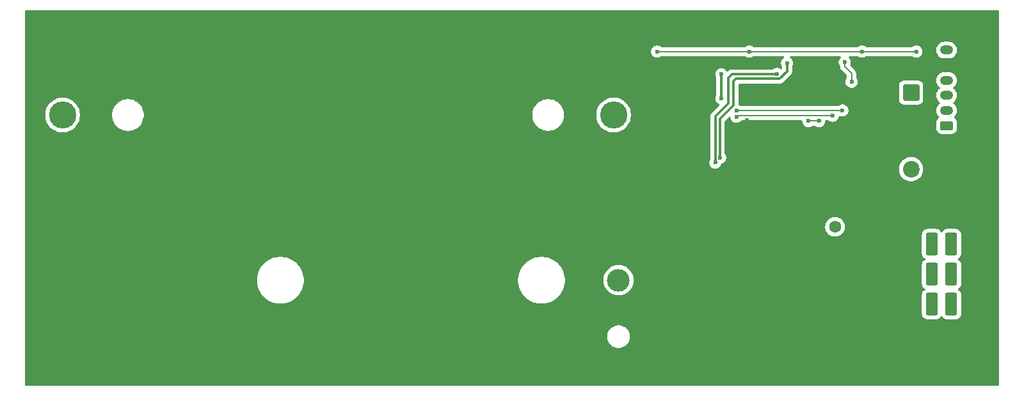
<source format=gbr>
%TF.GenerationSoftware,KiCad,Pcbnew,9.0.3*%
%TF.CreationDate,2025-08-05T15:46:52-07:00*%
%TF.ProjectId,Joule Thief,4a6f756c-6520-4546-9869-65662e6b6963,R1*%
%TF.SameCoordinates,Original*%
%TF.FileFunction,Copper,L2,Bot*%
%TF.FilePolarity,Positive*%
%FSLAX46Y46*%
G04 Gerber Fmt 4.6, Leading zero omitted, Abs format (unit mm)*
G04 Created by KiCad (PCBNEW 9.0.3) date 2025-08-05 15:46:52*
%MOMM*%
%LPD*%
G01*
G04 APERTURE LIST*
G04 Aperture macros list*
%AMRoundRect*
0 Rectangle with rounded corners*
0 $1 Rounding radius*
0 $2 $3 $4 $5 $6 $7 $8 $9 X,Y pos of 4 corners*
0 Add a 4 corners polygon primitive as box body*
4,1,4,$2,$3,$4,$5,$6,$7,$8,$9,$2,$3,0*
0 Add four circle primitives for the rounded corners*
1,1,$1+$1,$2,$3*
1,1,$1+$1,$4,$5*
1,1,$1+$1,$6,$7*
1,1,$1+$1,$8,$9*
0 Add four rect primitives between the rounded corners*
20,1,$1+$1,$2,$3,$4,$5,0*
20,1,$1+$1,$4,$5,$6,$7,0*
20,1,$1+$1,$6,$7,$8,$9,0*
20,1,$1+$1,$8,$9,$2,$3,0*%
G04 Aperture macros list end*
%TA.AperFunction,ComponentPad*%
%ADD10RoundRect,0.285714X0.514286X-1.214286X0.514286X1.214286X-0.514286X1.214286X-0.514286X-1.214286X0*%
%TD*%
%TA.AperFunction,ComponentPad*%
%ADD11C,3.600000*%
%TD*%
%TA.AperFunction,ComponentPad*%
%ADD12C,3.000000*%
%TD*%
%TA.AperFunction,ComponentPad*%
%ADD13RoundRect,0.250000X0.625000X-0.350000X0.625000X0.350000X-0.625000X0.350000X-0.625000X-0.350000X0*%
%TD*%
%TA.AperFunction,ComponentPad*%
%ADD14O,1.750000X1.200000*%
%TD*%
%TA.AperFunction,ComponentPad*%
%ADD15RoundRect,0.250000X0.550000X-0.550000X0.550000X0.550000X-0.550000X0.550000X-0.550000X-0.550000X0*%
%TD*%
%TA.AperFunction,ComponentPad*%
%ADD16C,1.600000*%
%TD*%
%TA.AperFunction,ComponentPad*%
%ADD17RoundRect,0.249999X-0.850001X0.850001X-0.850001X-0.850001X0.850001X-0.850001X0.850001X0.850001X0*%
%TD*%
%TA.AperFunction,ComponentPad*%
%ADD18C,2.200000*%
%TD*%
%TA.AperFunction,ViaPad*%
%ADD19C,0.600000*%
%TD*%
%TA.AperFunction,Conductor*%
%ADD20C,0.200000*%
%TD*%
%TA.AperFunction,Conductor*%
%ADD21C,0.300000*%
%TD*%
G04 APERTURE END LIST*
D10*
%TO.P,SW1,1,A*%
%TO.N,Net-(SW1A-A)*%
X159500000Y-74100000D03*
%TO.P,SW1,2,B*%
%TO.N,VBOOST*%
X159500000Y-70100000D03*
%TO.P,SW1,3,C*%
%TO.N,Net-(D1-A)*%
X159500000Y-66100000D03*
%TO.P,SW1,4,A*%
%TO.N,VBOOST*%
X162100000Y-74100000D03*
%TO.P,SW1,5,B*%
%TO.N,VBUS*%
X162100000Y-70100000D03*
%TO.P,SW1,6,C*%
%TO.N,VCC*%
X162100000Y-66100000D03*
%TD*%
D11*
%TO.P,LITH1,1,+*%
%TO.N,BAT+*%
X117419826Y-49000000D03*
%TO.P,LITH1,2,-*%
%TO.N,BAT-*%
X44519826Y-49000000D03*
%TD*%
D12*
%TO.P,BATT_1,1,+*%
%TO.N,ALK*%
X118069826Y-70900000D03*
%TO.P,BATT_1,2,-*%
%TO.N,GND*%
X63009826Y-70900000D03*
%TD*%
D13*
%TO.P,J_OUT1,1,Pin_1*%
%TO.N,SHDN*%
X161469826Y-50400000D03*
D14*
%TO.P,J_OUT1,2,Pin_2*%
%TO.N,VOUT*%
X161469826Y-48400000D03*
%TO.P,J_OUT1,3,Pin_3*%
%TO.N,SDA*%
X161469826Y-46400000D03*
%TO.P,J_OUT1,4,Pin_4*%
%TO.N,SCL*%
X161469826Y-44400000D03*
%TO.P,J_OUT1,5,Pin_5*%
%TO.N,GND*%
X161469826Y-42400000D03*
%TO.P,J_OUT1,6,Pin_6*%
%TO.N,VCC*%
X161469826Y-40400000D03*
%TD*%
D15*
%TO.P,C3,1*%
%TO.N,GND*%
X146704580Y-65825000D03*
D16*
%TO.P,C3,2*%
%TO.N,Net-(U2-VOUT)*%
X146704580Y-63825000D03*
%TD*%
D17*
%TO.P,D1,1,K*%
%TO.N,VOUT*%
X156769826Y-46020000D03*
D18*
%TO.P,D1,2,A*%
%TO.N,Net-(D1-A)*%
X156769826Y-56180000D03*
%TD*%
D19*
%TO.N,GND*%
X138000000Y-46700000D03*
X146750000Y-79610349D03*
X127469826Y-57800000D03*
X135069826Y-49700000D03*
X144269826Y-39200000D03*
X136569826Y-39200000D03*
X134294826Y-55087500D03*
X135169826Y-62000000D03*
X142700000Y-54962500D03*
X129169826Y-39200000D03*
X151569826Y-39200000D03*
X123869826Y-50400000D03*
X142504580Y-64525000D03*
X137203580Y-61551000D03*
%TO.N,SDA*%
X150269826Y-40600000D03*
X123169826Y-40600000D03*
X133669826Y-48400000D03*
X135369826Y-40600000D03*
X147700000Y-48400000D03*
X157469826Y-40600000D03*
%TO.N,SHDN*%
X144601125Y-49800000D03*
X143200000Y-49800000D03*
%TO.N,SCL*%
X133669826Y-49248528D03*
X146400000Y-49100000D03*
%TO.N,Net-(J5-A)*%
X131669826Y-43600000D03*
X131669826Y-46800000D03*
%TO.N,Net-(J10-A)*%
X139010206Y-43550000D03*
X130869826Y-55300000D03*
%TO.N,Net-(J11-A)*%
X140369826Y-42100000D03*
X131519826Y-54650000D03*
%TO.N,Net-(J13-A)*%
X148900000Y-44600000D03*
X148000000Y-42000000D03*
%TD*%
D20*
%TO.N,SDA*%
X157469826Y-40600000D02*
X150269826Y-40600000D01*
X150269826Y-40600000D02*
X135369826Y-40600000D01*
X123169826Y-40600000D02*
X135369826Y-40600000D01*
X133669826Y-48400000D02*
X147700000Y-48400000D01*
%TO.N,SHDN*%
X144601125Y-49800000D02*
X143200000Y-49800000D01*
%TO.N,SCL*%
X133669826Y-49248528D02*
X133819354Y-49099000D01*
X146399000Y-49099000D02*
X146400000Y-49100000D01*
X133819354Y-49099000D02*
X146399000Y-49099000D01*
D21*
%TO.N,Net-(J5-A)*%
X131669826Y-46800000D02*
X131669826Y-43600000D01*
%TO.N,Net-(J10-A)*%
X130869826Y-55300000D02*
X130869826Y-49200000D01*
X138819826Y-43550000D02*
X139010206Y-43550000D01*
X133069826Y-43600000D02*
X138769826Y-43600000D01*
X132569826Y-47500000D02*
X132569826Y-44100000D01*
X130869826Y-49200000D02*
X132569826Y-47500000D01*
X138769826Y-43600000D02*
X138819826Y-43550000D01*
X132569826Y-44100000D02*
X133069826Y-43600000D01*
%TO.N,Net-(J11-A)*%
X133269826Y-44500000D02*
X133269826Y-47700000D01*
X139369826Y-44200000D02*
X133569826Y-44200000D01*
X140369826Y-43200000D02*
X139369826Y-44200000D01*
X131469826Y-54600000D02*
X131519826Y-54650000D01*
X131469826Y-49500000D02*
X131469826Y-54600000D01*
X133269826Y-47700000D02*
X131469826Y-49500000D01*
X133569826Y-44200000D02*
X133269826Y-44500000D01*
X140369826Y-42100000D02*
X140369826Y-43200000D01*
D20*
%TO.N,Net-(J13-A)*%
X148900000Y-44600000D02*
X148900000Y-43500000D01*
X148900000Y-43500000D02*
X148000000Y-42600000D01*
X148000000Y-42600000D02*
X148000000Y-42000000D01*
%TD*%
%TA.AperFunction,Conductor*%
%TO.N,GND*%
G36*
X168312365Y-35125185D02*
G01*
X168358120Y-35177989D01*
X168369326Y-35229500D01*
X168369326Y-84775500D01*
X168349641Y-84842539D01*
X168296837Y-84888294D01*
X168245326Y-84899500D01*
X39694326Y-84899500D01*
X39627287Y-84879815D01*
X39581532Y-84827011D01*
X39570326Y-84775500D01*
X39570326Y-78251902D01*
X116569326Y-78251902D01*
X116569326Y-78488097D01*
X116606272Y-78721368D01*
X116679259Y-78945996D01*
X116786483Y-79156433D01*
X116925309Y-79347510D01*
X117092316Y-79514517D01*
X117283393Y-79653343D01*
X117382817Y-79704002D01*
X117493829Y-79760566D01*
X117493831Y-79760566D01*
X117493834Y-79760568D01*
X117614238Y-79799689D01*
X117718457Y-79833553D01*
X117951729Y-79870500D01*
X117951734Y-79870500D01*
X118187923Y-79870500D01*
X118421194Y-79833553D01*
X118645818Y-79760568D01*
X118856259Y-79653343D01*
X119047336Y-79514517D01*
X119214343Y-79347510D01*
X119353169Y-79156433D01*
X119460394Y-78945992D01*
X119533379Y-78721368D01*
X119558755Y-78561150D01*
X119570326Y-78488097D01*
X119570326Y-78251902D01*
X119533379Y-78018631D01*
X119460392Y-77794003D01*
X119353168Y-77583566D01*
X119214343Y-77392490D01*
X119047336Y-77225483D01*
X118856259Y-77086657D01*
X118645822Y-76979433D01*
X118421194Y-76906446D01*
X118187923Y-76869500D01*
X118187918Y-76869500D01*
X117951734Y-76869500D01*
X117951729Y-76869500D01*
X117718457Y-76906446D01*
X117493829Y-76979433D01*
X117283392Y-77086657D01*
X117174376Y-77165862D01*
X117092316Y-77225483D01*
X117092314Y-77225485D01*
X117092313Y-77225485D01*
X116925311Y-77392487D01*
X116925311Y-77392488D01*
X116925309Y-77392490D01*
X116865688Y-77474550D01*
X116786483Y-77583566D01*
X116679259Y-77794003D01*
X116606272Y-78018631D01*
X116569326Y-78251902D01*
X39570326Y-78251902D01*
X39570326Y-70725875D01*
X70239326Y-70725875D01*
X70239326Y-71074124D01*
X70278315Y-71420158D01*
X70278317Y-71420170D01*
X70355808Y-71759684D01*
X70355811Y-71759692D01*
X70470825Y-72088382D01*
X70621918Y-72402130D01*
X70807197Y-72696999D01*
X70807198Y-72697001D01*
X71024313Y-72969256D01*
X71270569Y-73215512D01*
X71542824Y-73432627D01*
X71542827Y-73432628D01*
X71542829Y-73432630D01*
X71837693Y-73617906D01*
X72151447Y-73769002D01*
X72398314Y-73855384D01*
X72480133Y-73884014D01*
X72480141Y-73884017D01*
X72480144Y-73884017D01*
X72480145Y-73884018D01*
X72819655Y-73961509D01*
X73165702Y-74000499D01*
X73165703Y-74000500D01*
X73165706Y-74000500D01*
X73513949Y-74000500D01*
X73513949Y-74000499D01*
X73859997Y-73961509D01*
X74199507Y-73884018D01*
X74528205Y-73769002D01*
X74841959Y-73617906D01*
X75136823Y-73432630D01*
X75136827Y-73432627D01*
X75409082Y-73215512D01*
X75409084Y-73215509D01*
X75409089Y-73215506D01*
X75655332Y-72969263D01*
X75710169Y-72900500D01*
X75872453Y-72697001D01*
X75872454Y-72696999D01*
X75872456Y-72696997D01*
X76057732Y-72402133D01*
X76208828Y-72088379D01*
X76323844Y-71759681D01*
X76401335Y-71420171D01*
X76440326Y-71074120D01*
X76440326Y-70725880D01*
X76440325Y-70725875D01*
X104779326Y-70725875D01*
X104779326Y-71074124D01*
X104818315Y-71420158D01*
X104818317Y-71420170D01*
X104895808Y-71759684D01*
X104895811Y-71759692D01*
X105010825Y-72088382D01*
X105161918Y-72402130D01*
X105347197Y-72696999D01*
X105347198Y-72697001D01*
X105564313Y-72969256D01*
X105810569Y-73215512D01*
X106082824Y-73432627D01*
X106082827Y-73432628D01*
X106082829Y-73432630D01*
X106377693Y-73617906D01*
X106691447Y-73769002D01*
X106938314Y-73855384D01*
X107020133Y-73884014D01*
X107020141Y-73884017D01*
X107020144Y-73884017D01*
X107020145Y-73884018D01*
X107359655Y-73961509D01*
X107705702Y-74000499D01*
X107705703Y-74000500D01*
X107705706Y-74000500D01*
X108053949Y-74000500D01*
X108053949Y-74000499D01*
X108399997Y-73961509D01*
X108739507Y-73884018D01*
X109068205Y-73769002D01*
X109381959Y-73617906D01*
X109676823Y-73432630D01*
X109676827Y-73432627D01*
X109949082Y-73215512D01*
X109949084Y-73215509D01*
X109949089Y-73215506D01*
X110195332Y-72969263D01*
X110250169Y-72900500D01*
X110412453Y-72697001D01*
X110412454Y-72696999D01*
X110412456Y-72696997D01*
X110597732Y-72402133D01*
X110748828Y-72088379D01*
X110863844Y-71759681D01*
X110941335Y-71420171D01*
X110980326Y-71074120D01*
X110980326Y-70768872D01*
X116069326Y-70768872D01*
X116069326Y-71031127D01*
X116095949Y-71233339D01*
X116103556Y-71291116D01*
X116171428Y-71544418D01*
X116171431Y-71544428D01*
X116271779Y-71786690D01*
X116271784Y-71786700D01*
X116402901Y-72013803D01*
X116562544Y-72221851D01*
X116562552Y-72221860D01*
X116747966Y-72407274D01*
X116747974Y-72407281D01*
X116956022Y-72566924D01*
X117183125Y-72698041D01*
X117183135Y-72698046D01*
X117388194Y-72782984D01*
X117425407Y-72798398D01*
X117678710Y-72866270D01*
X117938706Y-72900500D01*
X117938713Y-72900500D01*
X118200939Y-72900500D01*
X118200946Y-72900500D01*
X118460942Y-72866270D01*
X118714245Y-72798398D01*
X118956523Y-72698043D01*
X119183629Y-72566924D01*
X119391677Y-72407282D01*
X119391681Y-72407277D01*
X119391686Y-72407274D01*
X119577100Y-72221860D01*
X119577103Y-72221855D01*
X119577108Y-72221851D01*
X119736750Y-72013803D01*
X119867869Y-71786697D01*
X119968224Y-71544419D01*
X120036096Y-71291116D01*
X120070326Y-71031120D01*
X120070326Y-70768880D01*
X120036096Y-70508884D01*
X119968224Y-70255581D01*
X119955614Y-70225138D01*
X119867872Y-70013309D01*
X119867867Y-70013299D01*
X119736750Y-69786196D01*
X119577107Y-69578148D01*
X119577100Y-69578140D01*
X119391686Y-69392726D01*
X119391677Y-69392718D01*
X119183629Y-69233075D01*
X118956526Y-69101958D01*
X118956516Y-69101953D01*
X118714254Y-69001605D01*
X118714247Y-69001603D01*
X118714245Y-69001602D01*
X118460942Y-68933730D01*
X118403165Y-68926123D01*
X118200953Y-68899500D01*
X118200946Y-68899500D01*
X117938706Y-68899500D01*
X117938698Y-68899500D01*
X117707598Y-68929926D01*
X117678710Y-68933730D01*
X117425407Y-69001602D01*
X117425397Y-69001605D01*
X117183135Y-69101953D01*
X117183125Y-69101958D01*
X116956022Y-69233075D01*
X116747974Y-69392718D01*
X116562544Y-69578148D01*
X116402901Y-69786196D01*
X116271784Y-70013299D01*
X116271779Y-70013309D01*
X116171431Y-70255571D01*
X116171428Y-70255581D01*
X116103556Y-70508885D01*
X116069326Y-70768872D01*
X110980326Y-70768872D01*
X110980326Y-70725880D01*
X110941335Y-70379829D01*
X110863844Y-70040319D01*
X110748828Y-69711621D01*
X110597732Y-69397867D01*
X110412456Y-69103003D01*
X110412454Y-69103000D01*
X110412453Y-69102998D01*
X110195338Y-68830743D01*
X109949082Y-68584487D01*
X109676827Y-68367372D01*
X109676825Y-68367371D01*
X109381956Y-68182092D01*
X109068208Y-68030999D01*
X108739518Y-67915985D01*
X108739510Y-67915982D01*
X108484874Y-67857863D01*
X108399997Y-67838491D01*
X108399993Y-67838490D01*
X108399984Y-67838489D01*
X108053950Y-67799500D01*
X108053946Y-67799500D01*
X107705706Y-67799500D01*
X107705701Y-67799500D01*
X107359667Y-67838489D01*
X107359655Y-67838491D01*
X107020141Y-67915982D01*
X107020133Y-67915985D01*
X106691443Y-68030999D01*
X106377695Y-68182092D01*
X106082826Y-68367371D01*
X106082824Y-68367372D01*
X105810569Y-68584487D01*
X105564313Y-68830743D01*
X105347198Y-69102998D01*
X105347197Y-69103000D01*
X105161918Y-69397869D01*
X105010825Y-69711617D01*
X104895811Y-70040307D01*
X104895808Y-70040315D01*
X104818317Y-70379829D01*
X104818315Y-70379841D01*
X104779326Y-70725875D01*
X76440325Y-70725875D01*
X76401335Y-70379829D01*
X76323844Y-70040319D01*
X76208828Y-69711621D01*
X76057732Y-69397867D01*
X75872456Y-69103003D01*
X75872454Y-69103000D01*
X75872453Y-69102998D01*
X75655338Y-68830743D01*
X75409082Y-68584487D01*
X75136827Y-68367372D01*
X75136825Y-68367371D01*
X74841956Y-68182092D01*
X74528208Y-68030999D01*
X74199518Y-67915985D01*
X74199510Y-67915982D01*
X73944874Y-67857863D01*
X73859997Y-67838491D01*
X73859993Y-67838490D01*
X73859984Y-67838489D01*
X73513950Y-67799500D01*
X73513946Y-67799500D01*
X73165706Y-67799500D01*
X73165701Y-67799500D01*
X72819667Y-67838489D01*
X72819655Y-67838491D01*
X72480141Y-67915982D01*
X72480133Y-67915985D01*
X72151443Y-68030999D01*
X71837695Y-68182092D01*
X71542826Y-68367371D01*
X71542824Y-68367372D01*
X71270569Y-68584487D01*
X71024313Y-68830743D01*
X70807198Y-69102998D01*
X70807197Y-69103000D01*
X70621918Y-69397869D01*
X70470825Y-69711617D01*
X70355811Y-70040307D01*
X70355808Y-70040315D01*
X70278317Y-70379829D01*
X70278315Y-70379841D01*
X70239326Y-70725875D01*
X39570326Y-70725875D01*
X39570326Y-63722648D01*
X145404080Y-63722648D01*
X145404080Y-63927351D01*
X145436102Y-64129534D01*
X145499361Y-64324223D01*
X145534111Y-64392422D01*
X145584500Y-64491316D01*
X145592295Y-64506613D01*
X145712608Y-64672213D01*
X145857366Y-64816971D01*
X146012329Y-64929556D01*
X146022970Y-64937287D01*
X146139187Y-64996503D01*
X146205356Y-65030218D01*
X146205358Y-65030218D01*
X146205361Y-65030220D01*
X146309717Y-65064127D01*
X146400045Y-65093477D01*
X146501137Y-65109488D01*
X146602228Y-65125500D01*
X146602229Y-65125500D01*
X146806931Y-65125500D01*
X146806932Y-65125500D01*
X147009114Y-65093477D01*
X147203799Y-65030220D01*
X147386190Y-64937287D01*
X147517948Y-64841560D01*
X147517955Y-64841555D01*
X158199500Y-64841555D01*
X158199500Y-67358444D01*
X158214360Y-67490337D01*
X158214361Y-67490340D01*
X158272877Y-67657571D01*
X158367137Y-67807583D01*
X158492417Y-67932863D01*
X158492422Y-67932867D01*
X158591316Y-67995007D01*
X158637607Y-68047341D01*
X158648255Y-68116395D01*
X158619880Y-68180243D01*
X158591316Y-68204993D01*
X158492422Y-68267132D01*
X158492417Y-68267136D01*
X158367137Y-68392416D01*
X158272877Y-68542428D01*
X158214361Y-68709659D01*
X158214360Y-68709662D01*
X158199500Y-68841555D01*
X158199500Y-71358444D01*
X158214360Y-71490337D01*
X158214361Y-71490340D01*
X158272877Y-71657571D01*
X158367137Y-71807583D01*
X158492417Y-71932863D01*
X158492422Y-71932867D01*
X158591316Y-71995007D01*
X158637607Y-72047341D01*
X158648255Y-72116395D01*
X158619880Y-72180243D01*
X158591316Y-72204993D01*
X158492422Y-72267132D01*
X158492417Y-72267136D01*
X158367137Y-72392416D01*
X158272877Y-72542428D01*
X158214361Y-72709659D01*
X158214360Y-72709662D01*
X158199500Y-72841555D01*
X158199500Y-75358444D01*
X158214360Y-75490337D01*
X158214361Y-75490340D01*
X158272877Y-75657571D01*
X158367137Y-75807583D01*
X158367138Y-75807584D01*
X158492416Y-75932862D01*
X158642430Y-76027123D01*
X158809658Y-76085638D01*
X158809659Y-76085638D01*
X158809662Y-76085639D01*
X158883145Y-76093918D01*
X158941555Y-76100499D01*
X158941556Y-76100500D01*
X158941560Y-76100500D01*
X160058444Y-76100500D01*
X160058444Y-76100499D01*
X160131927Y-76092219D01*
X160190337Y-76085639D01*
X160190338Y-76085638D01*
X160190342Y-76085638D01*
X160357570Y-76027123D01*
X160507584Y-75932862D01*
X160632862Y-75807584D01*
X160695006Y-75708682D01*
X160747341Y-75662392D01*
X160816394Y-75651744D01*
X160880243Y-75680119D01*
X160904993Y-75708681D01*
X160967138Y-75807584D01*
X161092416Y-75932862D01*
X161242430Y-76027123D01*
X161409658Y-76085638D01*
X161409659Y-76085638D01*
X161409662Y-76085639D01*
X161483145Y-76093918D01*
X161541555Y-76100499D01*
X161541556Y-76100500D01*
X161541560Y-76100500D01*
X162658444Y-76100500D01*
X162658444Y-76100499D01*
X162731927Y-76092219D01*
X162790337Y-76085639D01*
X162790338Y-76085638D01*
X162790342Y-76085638D01*
X162957570Y-76027123D01*
X163107584Y-75932862D01*
X163232862Y-75807584D01*
X163327123Y-75657570D01*
X163385638Y-75490342D01*
X163400500Y-75358440D01*
X163400500Y-72841560D01*
X163393900Y-72782984D01*
X163385639Y-72709662D01*
X163385638Y-72709659D01*
X163381574Y-72698046D01*
X163327123Y-72542430D01*
X163324092Y-72537607D01*
X163232862Y-72392416D01*
X163107583Y-72267137D01*
X163008683Y-72204994D01*
X162962392Y-72152659D01*
X162951744Y-72083606D01*
X162980119Y-72019757D01*
X163008683Y-71995006D01*
X163107584Y-71932862D01*
X163232862Y-71807584D01*
X163327123Y-71657570D01*
X163385638Y-71490342D01*
X163400500Y-71358440D01*
X163400500Y-68841560D01*
X163393918Y-68783145D01*
X163385639Y-68709662D01*
X163385638Y-68709659D01*
X163341841Y-68584494D01*
X163327123Y-68542430D01*
X163324092Y-68537607D01*
X163232862Y-68392416D01*
X163107583Y-68267137D01*
X163008683Y-68204994D01*
X162962392Y-68152659D01*
X162951744Y-68083606D01*
X162980119Y-68019757D01*
X163008683Y-67995006D01*
X163107584Y-67932862D01*
X163232862Y-67807584D01*
X163327123Y-67657570D01*
X163385638Y-67490342D01*
X163400500Y-67358440D01*
X163400500Y-64841560D01*
X163390229Y-64750400D01*
X163385639Y-64709662D01*
X163385638Y-64709659D01*
X163372537Y-64672219D01*
X163327123Y-64542430D01*
X163324092Y-64537607D01*
X163232862Y-64392416D01*
X163107583Y-64267137D01*
X162957571Y-64172877D01*
X162790340Y-64114361D01*
X162790337Y-64114360D01*
X162658444Y-64099500D01*
X162658440Y-64099500D01*
X161541560Y-64099500D01*
X161541556Y-64099500D01*
X161409662Y-64114360D01*
X161409659Y-64114361D01*
X161242428Y-64172877D01*
X161092416Y-64267137D01*
X160967136Y-64392417D01*
X160967132Y-64392422D01*
X160904993Y-64491316D01*
X160852659Y-64537607D01*
X160783605Y-64548255D01*
X160719757Y-64519880D01*
X160695007Y-64491316D01*
X160632867Y-64392422D01*
X160632863Y-64392417D01*
X160507583Y-64267137D01*
X160357571Y-64172877D01*
X160190340Y-64114361D01*
X160190337Y-64114360D01*
X160058444Y-64099500D01*
X160058440Y-64099500D01*
X158941560Y-64099500D01*
X158941556Y-64099500D01*
X158809662Y-64114360D01*
X158809659Y-64114361D01*
X158642428Y-64172877D01*
X158492416Y-64267137D01*
X158367137Y-64392416D01*
X158272877Y-64542428D01*
X158214361Y-64709659D01*
X158214360Y-64709662D01*
X158199500Y-64841555D01*
X147517955Y-64841555D01*
X147551793Y-64816971D01*
X147551795Y-64816968D01*
X147551799Y-64816966D01*
X147696546Y-64672219D01*
X147696548Y-64672215D01*
X147696551Y-64672213D01*
X147790842Y-64542430D01*
X147816867Y-64506610D01*
X147909800Y-64324219D01*
X147973057Y-64129534D01*
X148005080Y-63927352D01*
X148005080Y-63722648D01*
X147973057Y-63520466D01*
X147909800Y-63325781D01*
X147909798Y-63325778D01*
X147909798Y-63325776D01*
X147876083Y-63259607D01*
X147816867Y-63143390D01*
X147809136Y-63132749D01*
X147696551Y-62977786D01*
X147551793Y-62833028D01*
X147386193Y-62712715D01*
X147386192Y-62712714D01*
X147386190Y-62712713D01*
X147329233Y-62683691D01*
X147203803Y-62619781D01*
X147009114Y-62556522D01*
X146834575Y-62528878D01*
X146806932Y-62524500D01*
X146602228Y-62524500D01*
X146577909Y-62528351D01*
X146400045Y-62556522D01*
X146205356Y-62619781D01*
X146022966Y-62712715D01*
X145857366Y-62833028D01*
X145712608Y-62977786D01*
X145592295Y-63143386D01*
X145499361Y-63325776D01*
X145436102Y-63520465D01*
X145404080Y-63722648D01*
X39570326Y-63722648D01*
X39570326Y-48849223D01*
X42219326Y-48849223D01*
X42219326Y-49150776D01*
X42219327Y-49150793D01*
X42258687Y-49449766D01*
X42336739Y-49741060D01*
X42452140Y-50019661D01*
X42452144Y-50019671D01*
X42602925Y-50280831D01*
X42786505Y-50520078D01*
X42786511Y-50520085D01*
X42999740Y-50733314D01*
X42999747Y-50733320D01*
X43238994Y-50916900D01*
X43500154Y-51067681D01*
X43500155Y-51067681D01*
X43500158Y-51067683D01*
X43685898Y-51144619D01*
X43778765Y-51183086D01*
X43778766Y-51183086D01*
X43778768Y-51183087D01*
X44070058Y-51261138D01*
X44369043Y-51300500D01*
X44369050Y-51300500D01*
X44670602Y-51300500D01*
X44670609Y-51300500D01*
X44969594Y-51261138D01*
X45260884Y-51183087D01*
X45539494Y-51067683D01*
X45800658Y-50916900D01*
X46039906Y-50733319D01*
X46253145Y-50520080D01*
X46436726Y-50280832D01*
X46587509Y-50019668D01*
X46702913Y-49741058D01*
X46780964Y-49449768D01*
X46820326Y-49150783D01*
X46820326Y-48862332D01*
X51069326Y-48862332D01*
X51069326Y-49137667D01*
X51069327Y-49137684D01*
X51105264Y-49410655D01*
X51105265Y-49410660D01*
X51105266Y-49410666D01*
X51124388Y-49482029D01*
X51176530Y-49676630D01*
X51281901Y-49931017D01*
X51281906Y-49931028D01*
X51341070Y-50033501D01*
X51419577Y-50169479D01*
X51419579Y-50169482D01*
X51419580Y-50169483D01*
X51587196Y-50387926D01*
X51587202Y-50387933D01*
X51781892Y-50582623D01*
X51781898Y-50582628D01*
X52000347Y-50750249D01*
X52153604Y-50838732D01*
X52238797Y-50887919D01*
X52238802Y-50887921D01*
X52238805Y-50887923D01*
X52493194Y-50993295D01*
X52759160Y-51064560D01*
X53032152Y-51100500D01*
X53032159Y-51100500D01*
X53307493Y-51100500D01*
X53307500Y-51100500D01*
X53580492Y-51064560D01*
X53846458Y-50993295D01*
X54100847Y-50887923D01*
X54339305Y-50750249D01*
X54557754Y-50582628D01*
X54752454Y-50387928D01*
X54920075Y-50169479D01*
X55057749Y-49931021D01*
X55163121Y-49676632D01*
X55234386Y-49410666D01*
X55270326Y-49137674D01*
X55270326Y-48862332D01*
X106669326Y-48862332D01*
X106669326Y-49137667D01*
X106669327Y-49137684D01*
X106705264Y-49410655D01*
X106705265Y-49410660D01*
X106705266Y-49410666D01*
X106724388Y-49482029D01*
X106776530Y-49676630D01*
X106881901Y-49931017D01*
X106881906Y-49931028D01*
X106941070Y-50033501D01*
X107019577Y-50169479D01*
X107019579Y-50169482D01*
X107019580Y-50169483D01*
X107187196Y-50387926D01*
X107187202Y-50387933D01*
X107381892Y-50582623D01*
X107381898Y-50582628D01*
X107600347Y-50750249D01*
X107753604Y-50838732D01*
X107838797Y-50887919D01*
X107838802Y-50887921D01*
X107838805Y-50887923D01*
X108093194Y-50993295D01*
X108359160Y-51064560D01*
X108632152Y-51100500D01*
X108632159Y-51100500D01*
X108907493Y-51100500D01*
X108907500Y-51100500D01*
X109180492Y-51064560D01*
X109446458Y-50993295D01*
X109700847Y-50887923D01*
X109939305Y-50750249D01*
X110157754Y-50582628D01*
X110352454Y-50387928D01*
X110520075Y-50169479D01*
X110657749Y-49931021D01*
X110763121Y-49676632D01*
X110834386Y-49410666D01*
X110870326Y-49137674D01*
X110870326Y-48862326D01*
X110868601Y-48849223D01*
X115119326Y-48849223D01*
X115119326Y-49150776D01*
X115119327Y-49150793D01*
X115158687Y-49449766D01*
X115236739Y-49741060D01*
X115352140Y-50019661D01*
X115352144Y-50019671D01*
X115502925Y-50280831D01*
X115686505Y-50520078D01*
X115686511Y-50520085D01*
X115899740Y-50733314D01*
X115899747Y-50733320D01*
X116138994Y-50916900D01*
X116400154Y-51067681D01*
X116400155Y-51067681D01*
X116400158Y-51067683D01*
X116585898Y-51144619D01*
X116678765Y-51183086D01*
X116678766Y-51183086D01*
X116678768Y-51183087D01*
X116970058Y-51261138D01*
X117269043Y-51300500D01*
X117269050Y-51300500D01*
X117570602Y-51300500D01*
X117570609Y-51300500D01*
X117869594Y-51261138D01*
X118160884Y-51183087D01*
X118439494Y-51067683D01*
X118700658Y-50916900D01*
X118939906Y-50733319D01*
X119153145Y-50520080D01*
X119336726Y-50280832D01*
X119487509Y-50019668D01*
X119602913Y-49741058D01*
X119680964Y-49449768D01*
X119720326Y-49150783D01*
X119720326Y-48849217D01*
X119680964Y-48550232D01*
X119602913Y-48258942D01*
X119487509Y-47980332D01*
X119458957Y-47930879D01*
X119336726Y-47719168D01*
X119153146Y-47479921D01*
X119153140Y-47479914D01*
X118939911Y-47266685D01*
X118939904Y-47266679D01*
X118700657Y-47083099D01*
X118439497Y-46932318D01*
X118439487Y-46932314D01*
X118160886Y-46816913D01*
X117869592Y-46738861D01*
X117570619Y-46699501D01*
X117570614Y-46699500D01*
X117570609Y-46699500D01*
X117269043Y-46699500D01*
X117269037Y-46699500D01*
X117269032Y-46699501D01*
X116970059Y-46738861D01*
X116678765Y-46816913D01*
X116400164Y-46932314D01*
X116400154Y-46932318D01*
X116138994Y-47083099D01*
X115899747Y-47266679D01*
X115899740Y-47266685D01*
X115686511Y-47479914D01*
X115686505Y-47479921D01*
X115502925Y-47719168D01*
X115352144Y-47980328D01*
X115352140Y-47980338D01*
X115236739Y-48258939D01*
X115158687Y-48550233D01*
X115119327Y-48849206D01*
X115119326Y-48849223D01*
X110868601Y-48849223D01*
X110834386Y-48589334D01*
X110763121Y-48323368D01*
X110657749Y-48068979D01*
X110657747Y-48068976D01*
X110657745Y-48068971D01*
X110604965Y-47977555D01*
X110520075Y-47830521D01*
X110406934Y-47683072D01*
X110352455Y-47612073D01*
X110352449Y-47612066D01*
X110157759Y-47417376D01*
X110157752Y-47417370D01*
X109939309Y-47249754D01*
X109939308Y-47249753D01*
X109939305Y-47249751D01*
X109834662Y-47189335D01*
X109700854Y-47112080D01*
X109700843Y-47112075D01*
X109446456Y-47006704D01*
X109313475Y-46971072D01*
X109180492Y-46935440D01*
X109180486Y-46935439D01*
X109180481Y-46935438D01*
X108907510Y-46899501D01*
X108907505Y-46899500D01*
X108907500Y-46899500D01*
X108632152Y-46899500D01*
X108632146Y-46899500D01*
X108632141Y-46899501D01*
X108359170Y-46935438D01*
X108359163Y-46935439D01*
X108359160Y-46935440D01*
X108302951Y-46950500D01*
X108093195Y-47006704D01*
X107838808Y-47112075D01*
X107838797Y-47112080D01*
X107600342Y-47249754D01*
X107381899Y-47417370D01*
X107381892Y-47417376D01*
X107187202Y-47612066D01*
X107187196Y-47612073D01*
X107019580Y-47830516D01*
X106881906Y-48068971D01*
X106881901Y-48068982D01*
X106776530Y-48323369D01*
X106705267Y-48589331D01*
X106705264Y-48589344D01*
X106669327Y-48862315D01*
X106669326Y-48862332D01*
X55270326Y-48862332D01*
X55270326Y-48862326D01*
X55234386Y-48589334D01*
X55163121Y-48323368D01*
X55057749Y-48068979D01*
X55057747Y-48068976D01*
X55057745Y-48068971D01*
X55004965Y-47977555D01*
X54920075Y-47830521D01*
X54806934Y-47683072D01*
X54752455Y-47612073D01*
X54752449Y-47612066D01*
X54557759Y-47417376D01*
X54557752Y-47417370D01*
X54339309Y-47249754D01*
X54339308Y-47249753D01*
X54339305Y-47249751D01*
X54234662Y-47189335D01*
X54100854Y-47112080D01*
X54100843Y-47112075D01*
X53846456Y-47006704D01*
X53713475Y-46971072D01*
X53580492Y-46935440D01*
X53580486Y-46935439D01*
X53580481Y-46935438D01*
X53307510Y-46899501D01*
X53307505Y-46899500D01*
X53307500Y-46899500D01*
X53032152Y-46899500D01*
X53032146Y-46899500D01*
X53032141Y-46899501D01*
X52759170Y-46935438D01*
X52759163Y-46935439D01*
X52759160Y-46935440D01*
X52702951Y-46950500D01*
X52493195Y-47006704D01*
X52238808Y-47112075D01*
X52238797Y-47112080D01*
X52000342Y-47249754D01*
X51781899Y-47417370D01*
X51781892Y-47417376D01*
X51587202Y-47612066D01*
X51587196Y-47612073D01*
X51419580Y-47830516D01*
X51281906Y-48068971D01*
X51281901Y-48068982D01*
X51176530Y-48323369D01*
X51105267Y-48589331D01*
X51105264Y-48589344D01*
X51069327Y-48862315D01*
X51069326Y-48862332D01*
X46820326Y-48862332D01*
X46820326Y-48849217D01*
X46780964Y-48550232D01*
X46702913Y-48258942D01*
X46587509Y-47980332D01*
X46558957Y-47930879D01*
X46436726Y-47719168D01*
X46253146Y-47479921D01*
X46253140Y-47479914D01*
X46039911Y-47266685D01*
X46039904Y-47266679D01*
X45800657Y-47083099D01*
X45539497Y-46932318D01*
X45539487Y-46932314D01*
X45260886Y-46816913D01*
X44969592Y-46738861D01*
X44670619Y-46699501D01*
X44670614Y-46699500D01*
X44670609Y-46699500D01*
X44369043Y-46699500D01*
X44369037Y-46699500D01*
X44369032Y-46699501D01*
X44070059Y-46738861D01*
X43778765Y-46816913D01*
X43500164Y-46932314D01*
X43500154Y-46932318D01*
X43238994Y-47083099D01*
X42999747Y-47266679D01*
X42999740Y-47266685D01*
X42786511Y-47479914D01*
X42786505Y-47479921D01*
X42602925Y-47719168D01*
X42452144Y-47980328D01*
X42452140Y-47980338D01*
X42336739Y-48258939D01*
X42258687Y-48550233D01*
X42219327Y-48849206D01*
X42219326Y-48849223D01*
X39570326Y-48849223D01*
X39570326Y-40521153D01*
X122369326Y-40521153D01*
X122369326Y-40678846D01*
X122400087Y-40833489D01*
X122400090Y-40833501D01*
X122460428Y-40979172D01*
X122460435Y-40979185D01*
X122548036Y-41110288D01*
X122548039Y-41110292D01*
X122659533Y-41221786D01*
X122659537Y-41221789D01*
X122790640Y-41309390D01*
X122790653Y-41309397D01*
X122936324Y-41369735D01*
X122936329Y-41369737D01*
X123041244Y-41390606D01*
X123090979Y-41400499D01*
X123090982Y-41400500D01*
X123090984Y-41400500D01*
X123248670Y-41400500D01*
X123248671Y-41400499D01*
X123403323Y-41369737D01*
X123549005Y-41309394D01*
X123556082Y-41304665D01*
X123680701Y-41221398D01*
X123747379Y-41200520D01*
X123749592Y-41200500D01*
X134790060Y-41200500D01*
X134857099Y-41220185D01*
X134858951Y-41221398D01*
X134990640Y-41309390D01*
X134990653Y-41309397D01*
X135136324Y-41369735D01*
X135136329Y-41369737D01*
X135241244Y-41390606D01*
X135290979Y-41400499D01*
X135290982Y-41400500D01*
X135290984Y-41400500D01*
X135448670Y-41400500D01*
X135448671Y-41400499D01*
X135603323Y-41369737D01*
X135749005Y-41309394D01*
X135756082Y-41304665D01*
X135880701Y-41221398D01*
X135947379Y-41200520D01*
X135949592Y-41200500D01*
X139866387Y-41200500D01*
X139933426Y-41220185D01*
X139979181Y-41272989D01*
X139989125Y-41342147D01*
X139960100Y-41405703D01*
X139935278Y-41427602D01*
X139859537Y-41478210D01*
X139859533Y-41478213D01*
X139748039Y-41589707D01*
X139748036Y-41589711D01*
X139660435Y-41720814D01*
X139660428Y-41720827D01*
X139600090Y-41866498D01*
X139600087Y-41866510D01*
X139569326Y-42021153D01*
X139569326Y-42178846D01*
X139600087Y-42333489D01*
X139600090Y-42333501D01*
X139660428Y-42479172D01*
X139660432Y-42479179D01*
X139698428Y-42536044D01*
X139704079Y-42554091D01*
X139714303Y-42570000D01*
X139718754Y-42600959D01*
X139719306Y-42602721D01*
X139719326Y-42604935D01*
X139719326Y-42829211D01*
X139699641Y-42896250D01*
X139646837Y-42942005D01*
X139577679Y-42951949D01*
X139526906Y-42929580D01*
X139525560Y-42931595D01*
X139389391Y-42840609D01*
X139389378Y-42840602D01*
X139243707Y-42780264D01*
X139243695Y-42780261D01*
X139089051Y-42749500D01*
X139089048Y-42749500D01*
X138931364Y-42749500D01*
X138931361Y-42749500D01*
X138776716Y-42780261D01*
X138776704Y-42780264D01*
X138631033Y-42840602D01*
X138631020Y-42840609D01*
X138499331Y-42928602D01*
X138432653Y-42949480D01*
X138430440Y-42949500D01*
X133005755Y-42949500D01*
X132880087Y-42974497D01*
X132880081Y-42974499D01*
X132771491Y-43019479D01*
X132771490Y-43019478D01*
X132761701Y-43023534D01*
X132761698Y-43023535D01*
X132655157Y-43094723D01*
X132546077Y-43203803D01*
X132484754Y-43237287D01*
X132415062Y-43232303D01*
X132359129Y-43190431D01*
X132355294Y-43185012D01*
X132291615Y-43089711D01*
X132291612Y-43089707D01*
X132180118Y-42978213D01*
X132180114Y-42978210D01*
X132049011Y-42890609D01*
X132048998Y-42890602D01*
X131903327Y-42830264D01*
X131903315Y-42830261D01*
X131748671Y-42799500D01*
X131748668Y-42799500D01*
X131590984Y-42799500D01*
X131590981Y-42799500D01*
X131436336Y-42830261D01*
X131436324Y-42830264D01*
X131290653Y-42890602D01*
X131290640Y-42890609D01*
X131159537Y-42978210D01*
X131159533Y-42978213D01*
X131048039Y-43089707D01*
X131048036Y-43089711D01*
X130960435Y-43220814D01*
X130960428Y-43220827D01*
X130900090Y-43366498D01*
X130900087Y-43366510D01*
X130869326Y-43521153D01*
X130869326Y-43678846D01*
X130900087Y-43833489D01*
X130900090Y-43833501D01*
X130960428Y-43979172D01*
X130960432Y-43979179D01*
X130998428Y-44036044D01*
X131019306Y-44102721D01*
X131019326Y-44104935D01*
X131019326Y-46295064D01*
X130999641Y-46362103D01*
X130998429Y-46363954D01*
X130960434Y-46420817D01*
X130960428Y-46420828D01*
X130900090Y-46566498D01*
X130900087Y-46566510D01*
X130869326Y-46721153D01*
X130869326Y-46878846D01*
X130900087Y-47033489D01*
X130900090Y-47033501D01*
X130960428Y-47179172D01*
X130960435Y-47179185D01*
X131048036Y-47310288D01*
X131048039Y-47310292D01*
X131159533Y-47421786D01*
X131159537Y-47421789D01*
X131290640Y-47509390D01*
X131290653Y-47509397D01*
X131366567Y-47540841D01*
X131420971Y-47584681D01*
X131443036Y-47650975D01*
X131425757Y-47718675D01*
X131406796Y-47743083D01*
X130364550Y-48785329D01*
X130364549Y-48785331D01*
X130313765Y-48861337D01*
X130309838Y-48867214D01*
X130309836Y-48867216D01*
X130293365Y-48891865D01*
X130293359Y-48891875D01*
X130244325Y-49010255D01*
X130244323Y-49010261D01*
X130219326Y-49135928D01*
X130219326Y-54795064D01*
X130199641Y-54862103D01*
X130198429Y-54863954D01*
X130160434Y-54920817D01*
X130160428Y-54920828D01*
X130100090Y-55066498D01*
X130100087Y-55066510D01*
X130069326Y-55221153D01*
X130069326Y-55378846D01*
X130100087Y-55533489D01*
X130100090Y-55533501D01*
X130160428Y-55679172D01*
X130160435Y-55679185D01*
X130248036Y-55810288D01*
X130248039Y-55810292D01*
X130359533Y-55921786D01*
X130359537Y-55921789D01*
X130490640Y-56009390D01*
X130490653Y-56009397D01*
X130598428Y-56054038D01*
X130636329Y-56069737D01*
X130790979Y-56100499D01*
X130790982Y-56100500D01*
X130790984Y-56100500D01*
X130948670Y-56100500D01*
X130948671Y-56100499D01*
X131103323Y-56069737D01*
X131141224Y-56054038D01*
X155169326Y-56054038D01*
X155169326Y-56305961D01*
X155208736Y-56554785D01*
X155286586Y-56794383D01*
X155400958Y-57018848D01*
X155549027Y-57222649D01*
X155549031Y-57222654D01*
X155727171Y-57400794D01*
X155727176Y-57400798D01*
X155904943Y-57529952D01*
X155930981Y-57548870D01*
X156074010Y-57621747D01*
X156155442Y-57663239D01*
X156155444Y-57663239D01*
X156155447Y-57663241D01*
X156395041Y-57741090D01*
X156643864Y-57780500D01*
X156643865Y-57780500D01*
X156895787Y-57780500D01*
X156895788Y-57780500D01*
X157144611Y-57741090D01*
X157384205Y-57663241D01*
X157608671Y-57548870D01*
X157812482Y-57400793D01*
X157990619Y-57222656D01*
X158138696Y-57018845D01*
X158253067Y-56794379D01*
X158330916Y-56554785D01*
X158370326Y-56305962D01*
X158370326Y-56054038D01*
X158330916Y-55805215D01*
X158253067Y-55565621D01*
X158253065Y-55565618D01*
X158253065Y-55565616D01*
X158188352Y-55438611D01*
X158138696Y-55341155D01*
X158088297Y-55271786D01*
X157990624Y-55137350D01*
X157990620Y-55137345D01*
X157812480Y-54959205D01*
X157812475Y-54959201D01*
X157608674Y-54811132D01*
X157608673Y-54811131D01*
X157608671Y-54811130D01*
X157538573Y-54775413D01*
X157384209Y-54696760D01*
X157144611Y-54618910D01*
X156895788Y-54579500D01*
X156643864Y-54579500D01*
X156519452Y-54599205D01*
X156395040Y-54618910D01*
X156155442Y-54696760D01*
X155930977Y-54811132D01*
X155727176Y-54959201D01*
X155727171Y-54959205D01*
X155549031Y-55137345D01*
X155549027Y-55137350D01*
X155400958Y-55341151D01*
X155286586Y-55565616D01*
X155208736Y-55805214D01*
X155169326Y-56054038D01*
X131141224Y-56054038D01*
X131249005Y-56009394D01*
X131249011Y-56009390D01*
X131343786Y-55946064D01*
X131362512Y-55933550D01*
X131380115Y-55921789D01*
X131491615Y-55810289D01*
X131579220Y-55679179D01*
X131639563Y-55533497D01*
X131642272Y-55519874D01*
X131674656Y-55457964D01*
X131735371Y-55423388D01*
X131739681Y-55422450D01*
X131753323Y-55419737D01*
X131899005Y-55359394D01*
X132030115Y-55271789D01*
X132141615Y-55160289D01*
X132229220Y-55029179D01*
X132289563Y-54883497D01*
X132320326Y-54728842D01*
X132320326Y-54571158D01*
X132320326Y-54571155D01*
X132320325Y-54571153D01*
X132289564Y-54416510D01*
X132289563Y-54416503D01*
X132289561Y-54416498D01*
X132229223Y-54270827D01*
X132229216Y-54270814D01*
X132141224Y-54139125D01*
X132120346Y-54072447D01*
X132120326Y-54070234D01*
X132120326Y-49820807D01*
X132140011Y-49753768D01*
X132156641Y-49733130D01*
X132657645Y-49232125D01*
X132718968Y-49198641D01*
X132788660Y-49203625D01*
X132844593Y-49245497D01*
X132869010Y-49310961D01*
X132869326Y-49319807D01*
X132869326Y-49327374D01*
X132900087Y-49482017D01*
X132900090Y-49482029D01*
X132960428Y-49627700D01*
X132960435Y-49627713D01*
X133048036Y-49758816D01*
X133048039Y-49758820D01*
X133159533Y-49870314D01*
X133159537Y-49870317D01*
X133290640Y-49957918D01*
X133290653Y-49957925D01*
X133392228Y-49999998D01*
X133436329Y-50018265D01*
X133590979Y-50049027D01*
X133590982Y-50049028D01*
X133590984Y-50049028D01*
X133748670Y-50049028D01*
X133748671Y-50049027D01*
X133903323Y-50018265D01*
X134049005Y-49957922D01*
X134180115Y-49870317D01*
X134291615Y-49758817D01*
X134294425Y-49754610D01*
X134348035Y-49709805D01*
X134397528Y-49699500D01*
X142275500Y-49699500D01*
X142342539Y-49719185D01*
X142388294Y-49771989D01*
X142399500Y-49823500D01*
X142399500Y-49878846D01*
X142430261Y-50033489D01*
X142430264Y-50033501D01*
X142490602Y-50179172D01*
X142490609Y-50179185D01*
X142578210Y-50310288D01*
X142578213Y-50310292D01*
X142689707Y-50421786D01*
X142689711Y-50421789D01*
X142820814Y-50509390D01*
X142820827Y-50509397D01*
X142966498Y-50569735D01*
X142966503Y-50569737D01*
X143121153Y-50600499D01*
X143121156Y-50600500D01*
X143121158Y-50600500D01*
X143278844Y-50600500D01*
X143278845Y-50600499D01*
X143433497Y-50569737D01*
X143579179Y-50509394D01*
X143579185Y-50509390D01*
X143710875Y-50421398D01*
X143728921Y-50415747D01*
X143744831Y-50405523D01*
X143775792Y-50401071D01*
X143777553Y-50400520D01*
X143779766Y-50400500D01*
X144021359Y-50400500D01*
X144088398Y-50420185D01*
X144090250Y-50421398D01*
X144221939Y-50509390D01*
X144221952Y-50509397D01*
X144367623Y-50569735D01*
X144367628Y-50569737D01*
X144522278Y-50600499D01*
X144522281Y-50600500D01*
X144522283Y-50600500D01*
X144679969Y-50600500D01*
X144679970Y-50600499D01*
X144834622Y-50569737D01*
X144980304Y-50509394D01*
X145111414Y-50421789D01*
X145222914Y-50310289D01*
X145310519Y-50179179D01*
X145370862Y-50033497D01*
X145401625Y-49878842D01*
X145401625Y-49823500D01*
X145421310Y-49756461D01*
X145474114Y-49710706D01*
X145525625Y-49699500D01*
X145818738Y-49699500D01*
X145885777Y-49719185D01*
X145887629Y-49720398D01*
X146020814Y-49809390D01*
X146020827Y-49809397D01*
X146085213Y-49836066D01*
X146166503Y-49869737D01*
X146304568Y-49897200D01*
X146321153Y-49900499D01*
X146321156Y-49900500D01*
X146321158Y-49900500D01*
X146478844Y-49900500D01*
X146478845Y-49900499D01*
X146633497Y-49869737D01*
X146779179Y-49809394D01*
X146910289Y-49721789D01*
X147021789Y-49610289D01*
X147109394Y-49479179D01*
X147118462Y-49457288D01*
X147137777Y-49410655D01*
X147169737Y-49333497D01*
X147192944Y-49216826D01*
X147225328Y-49154916D01*
X147286044Y-49120342D01*
X147355813Y-49124081D01*
X147362013Y-49126457D01*
X147466380Y-49169686D01*
X147466503Y-49169737D01*
X147611812Y-49198641D01*
X147621153Y-49200499D01*
X147621156Y-49200500D01*
X147621158Y-49200500D01*
X147778844Y-49200500D01*
X147778845Y-49200499D01*
X147933497Y-49169737D01*
X148079179Y-49109394D01*
X148210289Y-49021789D01*
X148321789Y-48910289D01*
X148409394Y-48779179D01*
X148469737Y-48633497D01*
X148500500Y-48478842D01*
X148500500Y-48321158D01*
X148500500Y-48321155D01*
X148500499Y-48321153D01*
X148469738Y-48166510D01*
X148469737Y-48166503D01*
X148459713Y-48142302D01*
X148409397Y-48020827D01*
X148409390Y-48020814D01*
X148321789Y-47889711D01*
X148321786Y-47889707D01*
X148210292Y-47778213D01*
X148210288Y-47778210D01*
X148079185Y-47690609D01*
X148079172Y-47690602D01*
X147933501Y-47630264D01*
X147933489Y-47630261D01*
X147778845Y-47599500D01*
X147778842Y-47599500D01*
X147621158Y-47599500D01*
X147621155Y-47599500D01*
X147466510Y-47630261D01*
X147466498Y-47630264D01*
X147320827Y-47690602D01*
X147320814Y-47690609D01*
X147189125Y-47778602D01*
X147122447Y-47799480D01*
X147120234Y-47799500D01*
X134249592Y-47799500D01*
X134233738Y-47795173D01*
X134219247Y-47795730D01*
X134192932Y-47784037D01*
X134186604Y-47782310D01*
X134180778Y-47778874D01*
X134180115Y-47778211D01*
X134049005Y-47690606D01*
X133988843Y-47665685D01*
X133981338Y-47661260D01*
X133963170Y-47641850D01*
X133942469Y-47625168D01*
X133939662Y-47616736D01*
X133933591Y-47610250D01*
X133928801Y-47584101D01*
X133920405Y-47558874D01*
X133920326Y-47554450D01*
X133920326Y-44974500D01*
X133940011Y-44907461D01*
X133992815Y-44861706D01*
X134044326Y-44850500D01*
X139433897Y-44850500D01*
X139519352Y-44833501D01*
X139559570Y-44825501D01*
X139677953Y-44776465D01*
X139716813Y-44750500D01*
X139716814Y-44750500D01*
X139767459Y-44716659D01*
X139784495Y-44705277D01*
X140875103Y-43614669D01*
X140946292Y-43508126D01*
X140982404Y-43420942D01*
X140995327Y-43389744D01*
X141013278Y-43299500D01*
X141020326Y-43264071D01*
X141020326Y-42604935D01*
X141040011Y-42537896D01*
X141041192Y-42536090D01*
X141079220Y-42479179D01*
X141139563Y-42333497D01*
X141170326Y-42178842D01*
X141170326Y-42021158D01*
X141170326Y-42021155D01*
X141170325Y-42021153D01*
X141139563Y-41866503D01*
X141098140Y-41766498D01*
X141079223Y-41720827D01*
X141079216Y-41720814D01*
X140991615Y-41589711D01*
X140991612Y-41589707D01*
X140880118Y-41478213D01*
X140880114Y-41478210D01*
X140804374Y-41427602D01*
X140759569Y-41373990D01*
X140750862Y-41304665D01*
X140781016Y-41241637D01*
X140840460Y-41204918D01*
X140873265Y-41200500D01*
X147368059Y-41200500D01*
X147435098Y-41220185D01*
X147480853Y-41272989D01*
X147490797Y-41342147D01*
X147461772Y-41405703D01*
X147455740Y-41412181D01*
X147378213Y-41489707D01*
X147378210Y-41489711D01*
X147290609Y-41620814D01*
X147290602Y-41620827D01*
X147230264Y-41766498D01*
X147230261Y-41766510D01*
X147199500Y-41921153D01*
X147199500Y-42078846D01*
X147230261Y-42233489D01*
X147230264Y-42233501D01*
X147290602Y-42379172D01*
X147290609Y-42379185D01*
X147378601Y-42510873D01*
X147399479Y-42577550D01*
X147399499Y-42579764D01*
X147399499Y-42679054D01*
X147399498Y-42679054D01*
X147399499Y-42679057D01*
X147440423Y-42831785D01*
X147440424Y-42831787D01*
X147440423Y-42831787D01*
X147445516Y-42840607D01*
X147445517Y-42840608D01*
X147519477Y-42968712D01*
X147519481Y-42968717D01*
X147638349Y-43087585D01*
X147638355Y-43087590D01*
X148263181Y-43712416D01*
X148277884Y-43739343D01*
X148294477Y-43765162D01*
X148295368Y-43771362D01*
X148296666Y-43773739D01*
X148299500Y-43800097D01*
X148299500Y-44020234D01*
X148279815Y-44087273D01*
X148278602Y-44089125D01*
X148190609Y-44220814D01*
X148190602Y-44220827D01*
X148130264Y-44366498D01*
X148130261Y-44366510D01*
X148099500Y-44521153D01*
X148099500Y-44678846D01*
X148130261Y-44833489D01*
X148130264Y-44833501D01*
X148190602Y-44979172D01*
X148190609Y-44979185D01*
X148278210Y-45110288D01*
X148278213Y-45110292D01*
X148389707Y-45221786D01*
X148389711Y-45221789D01*
X148520814Y-45309390D01*
X148520827Y-45309397D01*
X148666498Y-45369735D01*
X148666503Y-45369737D01*
X148818644Y-45400000D01*
X148821153Y-45400499D01*
X148821156Y-45400500D01*
X148821158Y-45400500D01*
X148978844Y-45400500D01*
X148978845Y-45400499D01*
X149133497Y-45369737D01*
X149246166Y-45323067D01*
X149279172Y-45309397D01*
X149279172Y-45309396D01*
X149279179Y-45309394D01*
X149410289Y-45221789D01*
X149512096Y-45119982D01*
X155169326Y-45119982D01*
X155169326Y-46920017D01*
X155179826Y-47022796D01*
X155209411Y-47112077D01*
X155235012Y-47189335D01*
X155327114Y-47338656D01*
X155451170Y-47462712D01*
X155600491Y-47554814D01*
X155767028Y-47609999D01*
X155869816Y-47620500D01*
X155869821Y-47620500D01*
X157669831Y-47620500D01*
X157669836Y-47620500D01*
X157772624Y-47609999D01*
X157939161Y-47554814D01*
X158088482Y-47462712D01*
X158212538Y-47338656D01*
X158304640Y-47189335D01*
X158359825Y-47022798D01*
X158370326Y-46920010D01*
X158370326Y-45119990D01*
X158359825Y-45017202D01*
X158304640Y-44850665D01*
X158212538Y-44701344D01*
X158088482Y-44577288D01*
X157995716Y-44520070D01*
X157939163Y-44485187D01*
X157939158Y-44485185D01*
X157772621Y-44430000D01*
X157772623Y-44430000D01*
X157669843Y-44419500D01*
X157669836Y-44419500D01*
X155869816Y-44419500D01*
X155869808Y-44419500D01*
X155767029Y-44430000D01*
X155767028Y-44430001D01*
X155684495Y-44457349D01*
X155600493Y-44485185D01*
X155600488Y-44485187D01*
X155451168Y-44577289D01*
X155327115Y-44701342D01*
X155235013Y-44850662D01*
X155235012Y-44850665D01*
X155179827Y-45017202D01*
X155179827Y-45017203D01*
X155179826Y-45017203D01*
X155169326Y-45119982D01*
X149512096Y-45119982D01*
X149521789Y-45110289D01*
X149535598Y-45089622D01*
X149563448Y-45047943D01*
X149563448Y-45047942D01*
X149583988Y-45017202D01*
X149609394Y-44979179D01*
X149669737Y-44833497D01*
X149700500Y-44678842D01*
X149700500Y-44521158D01*
X149700500Y-44521155D01*
X149700499Y-44521153D01*
X149693344Y-44485185D01*
X149669737Y-44366503D01*
X149647737Y-44313389D01*
X160094326Y-44313389D01*
X160094326Y-44486611D01*
X160121424Y-44657701D01*
X160174953Y-44822445D01*
X160253594Y-44976788D01*
X160355412Y-45116928D01*
X160477898Y-45239414D01*
X160477904Y-45239418D01*
X160560849Y-45299683D01*
X160603515Y-45355013D01*
X160609493Y-45424626D01*
X160576887Y-45486421D01*
X160560849Y-45500317D01*
X160477904Y-45560581D01*
X160477895Y-45560588D01*
X160355414Y-45683069D01*
X160355414Y-45683070D01*
X160355412Y-45683072D01*
X160311685Y-45743256D01*
X160253594Y-45823211D01*
X160174954Y-45977552D01*
X160121423Y-46142302D01*
X160097228Y-46295064D01*
X160094326Y-46313389D01*
X160094326Y-46486611D01*
X160121424Y-46657701D01*
X160174953Y-46822445D01*
X160253594Y-46976788D01*
X160355412Y-47116928D01*
X160477898Y-47239414D01*
X160477904Y-47239418D01*
X160560849Y-47299683D01*
X160603515Y-47355013D01*
X160609493Y-47424626D01*
X160576887Y-47486421D01*
X160560849Y-47500317D01*
X160477904Y-47560581D01*
X160477895Y-47560588D01*
X160355414Y-47683069D01*
X160355414Y-47683070D01*
X160355412Y-47683072D01*
X160329545Y-47718675D01*
X160253594Y-47823211D01*
X160174954Y-47977552D01*
X160121423Y-48142302D01*
X160098675Y-48285932D01*
X160094326Y-48313389D01*
X160094326Y-48486611D01*
X160121424Y-48657701D01*
X160174953Y-48822445D01*
X160253594Y-48976788D01*
X160355412Y-49116928D01*
X160355414Y-49116930D01*
X160462953Y-49224469D01*
X160496438Y-49285792D01*
X160491454Y-49355484D01*
X160449582Y-49411417D01*
X160440370Y-49417688D01*
X160376170Y-49457287D01*
X160252115Y-49581342D01*
X160160013Y-49730663D01*
X160160011Y-49730668D01*
X160146319Y-49771989D01*
X160104827Y-49897203D01*
X160104827Y-49897204D01*
X160104826Y-49897204D01*
X160094326Y-49999983D01*
X160094326Y-50800001D01*
X160094327Y-50800019D01*
X160104826Y-50902796D01*
X160104827Y-50902799D01*
X160109500Y-50916900D01*
X160160012Y-51069334D01*
X160252114Y-51218656D01*
X160376170Y-51342712D01*
X160525492Y-51434814D01*
X160692029Y-51489999D01*
X160794817Y-51500500D01*
X162144834Y-51500499D01*
X162247623Y-51489999D01*
X162414160Y-51434814D01*
X162563482Y-51342712D01*
X162687538Y-51218656D01*
X162779640Y-51069334D01*
X162834825Y-50902797D01*
X162845326Y-50800009D01*
X162845325Y-49999992D01*
X162834825Y-49897203D01*
X162779640Y-49730666D01*
X162687538Y-49581344D01*
X162563482Y-49457288D01*
X162563478Y-49457285D01*
X162499282Y-49417688D01*
X162452557Y-49365740D01*
X162441336Y-49296777D01*
X162469179Y-49232695D01*
X162476676Y-49224491D01*
X162584240Y-49116928D01*
X162686058Y-48976788D01*
X162764699Y-48822445D01*
X162818228Y-48657701D01*
X162845326Y-48486611D01*
X162845326Y-48313389D01*
X162818228Y-48142299D01*
X162764699Y-47977555D01*
X162686058Y-47823212D01*
X162584240Y-47683072D01*
X162461754Y-47560586D01*
X162378801Y-47500317D01*
X162336137Y-47444988D01*
X162330158Y-47375374D01*
X162362764Y-47313579D01*
X162378802Y-47299682D01*
X162461754Y-47239414D01*
X162584240Y-47116928D01*
X162686058Y-46976788D01*
X162764699Y-46822445D01*
X162818228Y-46657701D01*
X162845326Y-46486611D01*
X162845326Y-46313389D01*
X162818228Y-46142299D01*
X162764699Y-45977555D01*
X162686058Y-45823212D01*
X162584240Y-45683072D01*
X162461754Y-45560586D01*
X162378801Y-45500317D01*
X162336137Y-45444988D01*
X162330158Y-45375374D01*
X162362764Y-45313579D01*
X162378802Y-45299682D01*
X162461754Y-45239414D01*
X162584240Y-45116928D01*
X162686058Y-44976788D01*
X162764699Y-44822445D01*
X162818228Y-44657701D01*
X162845326Y-44486611D01*
X162845326Y-44313389D01*
X162818228Y-44142299D01*
X162764699Y-43977555D01*
X162686058Y-43823212D01*
X162584240Y-43683072D01*
X162461754Y-43560586D01*
X162321614Y-43458768D01*
X162167271Y-43380127D01*
X162002527Y-43326598D01*
X162002525Y-43326597D01*
X162002524Y-43326597D01*
X161871097Y-43305781D01*
X161831437Y-43299500D01*
X161108215Y-43299500D01*
X161068554Y-43305781D01*
X160937128Y-43326597D01*
X160937125Y-43326598D01*
X160814290Y-43366510D01*
X160772378Y-43380128D01*
X160618037Y-43458768D01*
X160550103Y-43508126D01*
X160477898Y-43560586D01*
X160477896Y-43560588D01*
X160477895Y-43560588D01*
X160355414Y-43683069D01*
X160355414Y-43683070D01*
X160355412Y-43683072D01*
X160314529Y-43739343D01*
X160253594Y-43823211D01*
X160174954Y-43977552D01*
X160121423Y-44142302D01*
X160108988Y-44220814D01*
X160094326Y-44313389D01*
X149647737Y-44313389D01*
X149609397Y-44220827D01*
X149609390Y-44220814D01*
X149521398Y-44089125D01*
X149500520Y-44022447D01*
X149500500Y-44020234D01*
X149500500Y-43420940D01*
X149497638Y-43410258D01*
X149497638Y-43410259D01*
X149485912Y-43366498D01*
X149459577Y-43268215D01*
X149430639Y-43218095D01*
X149380520Y-43131284D01*
X149268716Y-43019480D01*
X149268715Y-43019479D01*
X149264385Y-43015149D01*
X149264374Y-43015139D01*
X148744262Y-42495027D01*
X148710777Y-42433704D01*
X148715761Y-42364012D01*
X148717382Y-42359893D01*
X148728314Y-42333501D01*
X148769737Y-42233497D01*
X148800500Y-42078842D01*
X148800500Y-41921158D01*
X148800500Y-41921155D01*
X148800499Y-41921153D01*
X148769738Y-41766510D01*
X148769737Y-41766503D01*
X148750812Y-41720814D01*
X148709397Y-41620827D01*
X148709390Y-41620814D01*
X148621789Y-41489711D01*
X148621786Y-41489707D01*
X148544260Y-41412181D01*
X148510775Y-41350858D01*
X148515759Y-41281166D01*
X148557631Y-41225233D01*
X148623095Y-41200816D01*
X148631941Y-41200500D01*
X149690060Y-41200500D01*
X149757099Y-41220185D01*
X149758951Y-41221398D01*
X149890640Y-41309390D01*
X149890653Y-41309397D01*
X150036324Y-41369735D01*
X150036329Y-41369737D01*
X150141244Y-41390606D01*
X150190979Y-41400499D01*
X150190982Y-41400500D01*
X150190984Y-41400500D01*
X150348670Y-41400500D01*
X150348671Y-41400499D01*
X150503323Y-41369737D01*
X150649005Y-41309394D01*
X150656082Y-41304665D01*
X150780701Y-41221398D01*
X150847379Y-41200520D01*
X150849592Y-41200500D01*
X156890060Y-41200500D01*
X156957099Y-41220185D01*
X156958951Y-41221398D01*
X157090640Y-41309390D01*
X157090653Y-41309397D01*
X157236324Y-41369735D01*
X157236329Y-41369737D01*
X157341244Y-41390606D01*
X157390979Y-41400499D01*
X157390982Y-41400500D01*
X157390984Y-41400500D01*
X157548670Y-41400500D01*
X157548671Y-41400499D01*
X157703323Y-41369737D01*
X157849005Y-41309394D01*
X157980115Y-41221789D01*
X158091615Y-41110289D01*
X158179220Y-40979179D01*
X158239563Y-40833497D01*
X158270326Y-40678842D01*
X158270326Y-40521158D01*
X158270326Y-40521155D01*
X158270325Y-40521153D01*
X158239564Y-40366510D01*
X158239563Y-40366503D01*
X158217563Y-40313389D01*
X160094326Y-40313389D01*
X160094326Y-40486611D01*
X160121424Y-40657701D01*
X160174953Y-40822445D01*
X160253594Y-40976788D01*
X160355412Y-41116928D01*
X160477898Y-41239414D01*
X160618038Y-41341232D01*
X160772381Y-41419873D01*
X160937125Y-41473402D01*
X161108215Y-41500500D01*
X161108216Y-41500500D01*
X161831436Y-41500500D01*
X161831437Y-41500500D01*
X162002527Y-41473402D01*
X162167271Y-41419873D01*
X162321614Y-41341232D01*
X162461754Y-41239414D01*
X162584240Y-41116928D01*
X162686058Y-40976788D01*
X162764699Y-40822445D01*
X162818228Y-40657701D01*
X162845326Y-40486611D01*
X162845326Y-40313389D01*
X162818228Y-40142299D01*
X162764699Y-39977555D01*
X162686058Y-39823212D01*
X162584240Y-39683072D01*
X162461754Y-39560586D01*
X162321614Y-39458768D01*
X162167271Y-39380127D01*
X162002527Y-39326598D01*
X162002525Y-39326597D01*
X162002524Y-39326597D01*
X161871097Y-39305781D01*
X161831437Y-39299500D01*
X161108215Y-39299500D01*
X161068554Y-39305781D01*
X160937128Y-39326597D01*
X160772378Y-39380128D01*
X160618037Y-39458768D01*
X160538082Y-39516859D01*
X160477898Y-39560586D01*
X160477896Y-39560588D01*
X160477895Y-39560588D01*
X160355414Y-39683069D01*
X160355414Y-39683070D01*
X160355412Y-39683072D01*
X160311685Y-39743256D01*
X160253594Y-39823211D01*
X160174954Y-39977552D01*
X160121423Y-40142302D01*
X160108988Y-40220814D01*
X160094326Y-40313389D01*
X158217563Y-40313389D01*
X158179223Y-40220827D01*
X158179216Y-40220814D01*
X158091615Y-40089711D01*
X158091612Y-40089707D01*
X157980118Y-39978213D01*
X157980114Y-39978210D01*
X157849011Y-39890609D01*
X157848998Y-39890602D01*
X157703327Y-39830264D01*
X157703315Y-39830261D01*
X157548671Y-39799500D01*
X157548668Y-39799500D01*
X157390984Y-39799500D01*
X157390981Y-39799500D01*
X157236336Y-39830261D01*
X157236324Y-39830264D01*
X157090653Y-39890602D01*
X157090640Y-39890609D01*
X156958951Y-39978602D01*
X156892273Y-39999480D01*
X156890060Y-39999500D01*
X150849592Y-39999500D01*
X150782553Y-39979815D01*
X150780701Y-39978602D01*
X150649011Y-39890609D01*
X150648998Y-39890602D01*
X150503327Y-39830264D01*
X150503315Y-39830261D01*
X150348671Y-39799500D01*
X150348668Y-39799500D01*
X150190984Y-39799500D01*
X150190981Y-39799500D01*
X150036336Y-39830261D01*
X150036324Y-39830264D01*
X149890653Y-39890602D01*
X149890640Y-39890609D01*
X149758951Y-39978602D01*
X149692273Y-39999480D01*
X149690060Y-39999500D01*
X135949592Y-39999500D01*
X135882553Y-39979815D01*
X135880701Y-39978602D01*
X135749011Y-39890609D01*
X135748998Y-39890602D01*
X135603327Y-39830264D01*
X135603315Y-39830261D01*
X135448671Y-39799500D01*
X135448668Y-39799500D01*
X135290984Y-39799500D01*
X135290981Y-39799500D01*
X135136336Y-39830261D01*
X135136324Y-39830264D01*
X134990653Y-39890602D01*
X134990640Y-39890609D01*
X134858951Y-39978602D01*
X134792273Y-39999480D01*
X134790060Y-39999500D01*
X123749592Y-39999500D01*
X123682553Y-39979815D01*
X123680701Y-39978602D01*
X123549011Y-39890609D01*
X123548998Y-39890602D01*
X123403327Y-39830264D01*
X123403315Y-39830261D01*
X123248671Y-39799500D01*
X123248668Y-39799500D01*
X123090984Y-39799500D01*
X123090981Y-39799500D01*
X122936336Y-39830261D01*
X122936324Y-39830264D01*
X122790653Y-39890602D01*
X122790640Y-39890609D01*
X122659537Y-39978210D01*
X122659533Y-39978213D01*
X122548039Y-40089707D01*
X122548036Y-40089711D01*
X122460435Y-40220814D01*
X122460428Y-40220827D01*
X122400090Y-40366498D01*
X122400087Y-40366510D01*
X122369326Y-40521153D01*
X39570326Y-40521153D01*
X39570326Y-35229500D01*
X39590011Y-35162461D01*
X39642815Y-35116706D01*
X39694326Y-35105500D01*
X168245326Y-35105500D01*
X168312365Y-35125185D01*
G37*
%TD.AperFunction*%
%TD*%
M02*

</source>
